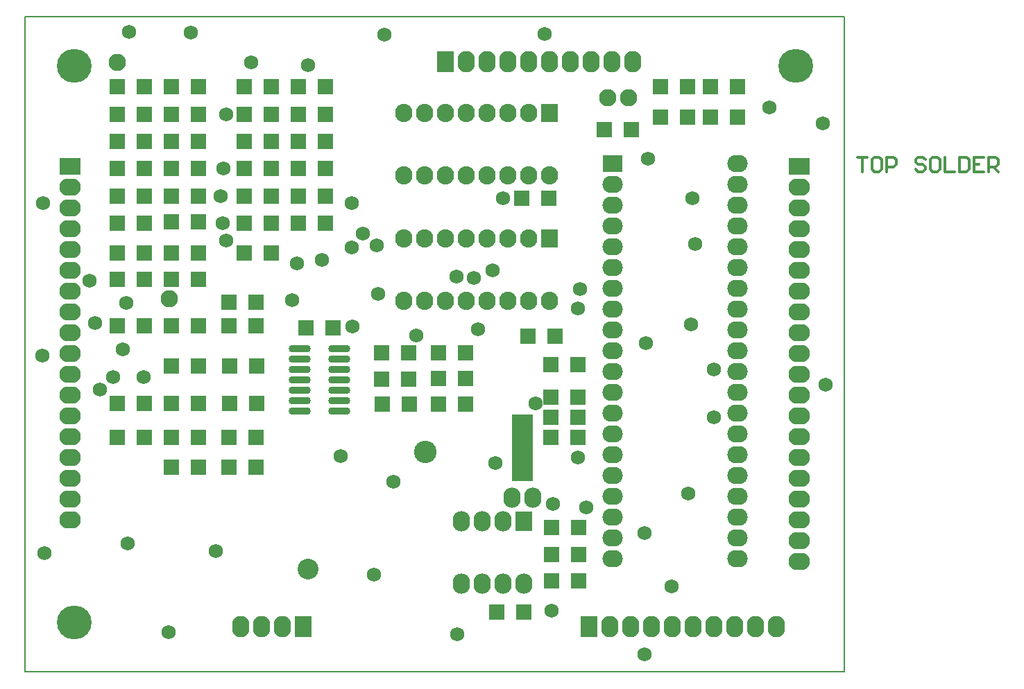
<source format=gts>
G04 Layer_Color=8388736*
%FSLAX25Y25*%
%MOIN*%
G70*
G01*
G75*
%ADD22C,0.00800*%
%ADD23C,0.01200*%
%ADD36C,0.10000*%
%ADD47R,0.10400X0.32100*%
%ADD48R,0.07493X0.07493*%
%ADD49O,0.16661X0.16161*%
%ADD50O,0.10642X0.03556*%
%ADD51C,0.06800*%
%ADD52R,0.08300X0.10300*%
%ADD53O,0.08300X0.10300*%
%ADD54O,0.10300X0.08300*%
%ADD55R,0.10300X0.08300*%
%ADD56O,0.08300X0.08800*%
%ADD57R,0.08300X0.08800*%
%ADD58C,0.08300*%
%ADD59O,0.09800X0.08300*%
%ADD60R,0.09800X0.08300*%
%ADD61O,0.08300X0.09800*%
%ADD62C,0.10800*%
%ADD63R,0.08300X0.09800*%
D22*
X0Y0D02*
Y314961D01*
X393701D01*
Y0D02*
Y314961D01*
X0Y0D02*
X393701D01*
D23*
X399834Y247449D02*
X404499D01*
X402166D01*
Y240452D01*
X410330Y247449D02*
X407998D01*
X406832Y246283D01*
Y241618D01*
X407998Y240452D01*
X410330D01*
X411497Y241618D01*
Y246283D01*
X410330Y247449D01*
X413829Y240452D02*
Y247449D01*
X417328D01*
X418495Y246283D01*
Y243950D01*
X417328Y242784D01*
X413829D01*
X432490Y246283D02*
X431324Y247449D01*
X428991D01*
X427825Y246283D01*
Y245117D01*
X428991Y243950D01*
X431324D01*
X432490Y242784D01*
Y241618D01*
X431324Y240452D01*
X428991D01*
X427825Y241618D01*
X438321Y247449D02*
X435989D01*
X434823Y246283D01*
Y241618D01*
X435989Y240452D01*
X438321D01*
X439488Y241618D01*
Y246283D01*
X438321Y247449D01*
X441820D02*
Y240452D01*
X446486D01*
X448818Y247449D02*
Y240452D01*
X452317D01*
X453483Y241618D01*
Y246283D01*
X452317Y247449D01*
X448818D01*
X460481D02*
X455816D01*
Y240452D01*
X460481D01*
X455816Y243950D02*
X458148D01*
X462814Y240452D02*
Y247449D01*
X466312D01*
X467479Y246283D01*
Y243950D01*
X466312Y242784D01*
X462814D01*
X465146D02*
X467479Y240452D01*
D36*
X135968Y49268D02*
D03*
D47*
X238800Y107650D02*
D03*
D48*
X253004Y43700D02*
D03*
X265996D02*
D03*
X226604Y28800D02*
D03*
X239596D02*
D03*
X278104Y260600D02*
D03*
X291096D02*
D03*
X118169Y201299D02*
D03*
X105177D02*
D03*
X251696Y227800D02*
D03*
X238704D02*
D03*
X147896Y165499D02*
D03*
X134904D02*
D03*
X70177Y98499D02*
D03*
X83169D02*
D03*
X252704Y122300D02*
D03*
X265696D02*
D03*
X211496Y141000D02*
D03*
X198504D02*
D03*
X252704Y131999D02*
D03*
X265696D02*
D03*
Y112800D02*
D03*
X252704D02*
D03*
X110995Y177800D02*
D03*
X98003D02*
D03*
X254396Y161300D02*
D03*
X241404D02*
D03*
X318295Y281299D02*
D03*
X305303D02*
D03*
X83169Y216299D02*
D03*
X70177D02*
D03*
Y268160D02*
D03*
X83169D02*
D03*
X144169D02*
D03*
X131177D02*
D03*
Y215799D02*
D03*
X144169D02*
D03*
X83169Y241881D02*
D03*
X70177D02*
D03*
Y188799D02*
D03*
X83169D02*
D03*
X144169Y241881D02*
D03*
X131177D02*
D03*
X118169Y268160D02*
D03*
X105177D02*
D03*
X253004Y69400D02*
D03*
X265996D02*
D03*
Y56500D02*
D03*
X253004D02*
D03*
X111095Y146899D02*
D03*
X98103D02*
D03*
X265696Y147600D02*
D03*
X252704D02*
D03*
X318295Y266799D02*
D03*
X305303D02*
D03*
X83169Y166499D02*
D03*
X70177D02*
D03*
X70277Y146899D02*
D03*
X83269D02*
D03*
X57169Y166499D02*
D03*
X44177D02*
D03*
X57169Y255020D02*
D03*
X44177D02*
D03*
X98003Y112799D02*
D03*
X110995D02*
D03*
X83169Y281299D02*
D03*
X70177D02*
D03*
Y112799D02*
D03*
X83169D02*
D03*
X144169Y281299D02*
D03*
X131177D02*
D03*
X70177Y228742D02*
D03*
X83169D02*
D03*
X57169Y112799D02*
D03*
X44177D02*
D03*
Y228742D02*
D03*
X57169D02*
D03*
X144169Y255020D02*
D03*
X131177D02*
D03*
X171404Y128800D02*
D03*
X184396D02*
D03*
X144169Y228742D02*
D03*
X131177D02*
D03*
X70177Y255020D02*
D03*
X83169D02*
D03*
X171304Y140650D02*
D03*
X184296D02*
D03*
X105177Y255020D02*
D03*
X118169D02*
D03*
X184196Y153400D02*
D03*
X171204D02*
D03*
X70177Y201299D02*
D03*
X83169D02*
D03*
X118169Y228742D02*
D03*
X105177D02*
D03*
X98003Y166499D02*
D03*
X110995D02*
D03*
X83269Y128999D02*
D03*
X70277D02*
D03*
X98103D02*
D03*
X111095D02*
D03*
X342295Y266799D02*
D03*
X329303D02*
D03*
X211396Y153400D02*
D03*
X198404D02*
D03*
X57169Y128999D02*
D03*
X44177D02*
D03*
X110995Y98499D02*
D03*
X98003D02*
D03*
X211596Y128800D02*
D03*
X198604D02*
D03*
X57169Y201299D02*
D03*
X44177D02*
D03*
Y281299D02*
D03*
X57169D02*
D03*
X118169D02*
D03*
X105177D02*
D03*
X329303D02*
D03*
X342295D02*
D03*
X57169Y241881D02*
D03*
X44177D02*
D03*
Y215799D02*
D03*
X57169D02*
D03*
X118169Y241881D02*
D03*
X105177D02*
D03*
X44177Y188799D02*
D03*
X57169D02*
D03*
Y268160D02*
D03*
X44177D02*
D03*
X118169Y215799D02*
D03*
X105177D02*
D03*
D49*
X23622Y23622D02*
D03*
Y291339D02*
D03*
X370079D02*
D03*
D50*
X151046Y125500D02*
D03*
Y130500D02*
D03*
Y135500D02*
D03*
Y140500D02*
D03*
Y145500D02*
D03*
Y150500D02*
D03*
Y155500D02*
D03*
X131754Y125500D02*
D03*
Y130500D02*
D03*
Y135500D02*
D03*
Y140500D02*
D03*
Y145500D02*
D03*
Y150500D02*
D03*
Y155500D02*
D03*
D51*
X46900Y155000D02*
D03*
X9200Y56900D02*
D03*
X8300Y152200D02*
D03*
X8500Y225500D02*
D03*
X49900Y307700D02*
D03*
X79700Y307500D02*
D03*
X172500Y306300D02*
D03*
X249500Y306600D02*
D03*
X297400Y8300D02*
D03*
X384700Y138100D02*
D03*
X383300Y263600D02*
D03*
X357500Y271300D02*
D03*
X151400Y103800D02*
D03*
X330800Y122500D02*
D03*
Y145500D02*
D03*
X176900Y91300D02*
D03*
X130500Y196300D02*
D03*
X142500Y198200D02*
D03*
X321900Y205800D02*
D03*
X320400Y227700D02*
D03*
X245300Y129000D02*
D03*
X226000Y100300D02*
D03*
X207400Y18100D02*
D03*
X167400Y46600D02*
D03*
X69000Y19200D02*
D03*
X49300Y61600D02*
D03*
X91700Y58100D02*
D03*
X253400Y80600D02*
D03*
X95300Y241881D02*
D03*
X96400Y207300D02*
D03*
X56900Y141800D02*
D03*
X42300Y141700D02*
D03*
X265700Y102900D02*
D03*
X269700Y79200D02*
D03*
X229600Y227800D02*
D03*
X217400Y164700D02*
D03*
X157200Y165900D02*
D03*
X188000Y161800D02*
D03*
X33400Y167800D02*
D03*
X30900Y188000D02*
D03*
X35900Y135600D02*
D03*
X128300Y178800D02*
D03*
X136000Y291600D02*
D03*
X108600Y293200D02*
D03*
X169700Y181800D02*
D03*
X215600Y189300D02*
D03*
X207300Y190100D02*
D03*
X224600Y193000D02*
D03*
X265500Y174700D02*
D03*
X266700Y184100D02*
D03*
X318400Y85800D02*
D03*
X319900Y167000D02*
D03*
X299100Y246800D02*
D03*
X298200Y157900D02*
D03*
X297400Y66600D02*
D03*
X310500Y41000D02*
D03*
X252900Y29400D02*
D03*
X48500Y177500D02*
D03*
X156900Y225500D02*
D03*
X162200Y210600D02*
D03*
X168900Y204900D02*
D03*
X156900Y204000D02*
D03*
X93858Y228742D02*
D03*
X96400Y268160D02*
D03*
X94899Y215799D02*
D03*
D52*
X133465Y21654D02*
D03*
X201890Y293307D02*
D03*
X271024Y21654D02*
D03*
D53*
X123465D02*
D03*
X113465D02*
D03*
X103465D02*
D03*
X211890Y293307D02*
D03*
X231890D02*
D03*
X241890D02*
D03*
X251890D02*
D03*
X261890D02*
D03*
X271890D02*
D03*
X281890D02*
D03*
X291890D02*
D03*
X221890D02*
D03*
X281024Y21654D02*
D03*
X301024D02*
D03*
X311024D02*
D03*
X321024D02*
D03*
X331024D02*
D03*
X341024D02*
D03*
X351024D02*
D03*
X361024D02*
D03*
X291024D02*
D03*
D54*
X372047Y52913D02*
D03*
Y62913D02*
D03*
Y72913D02*
D03*
Y82913D02*
D03*
Y92913D02*
D03*
Y102913D02*
D03*
Y112913D02*
D03*
Y122913D02*
D03*
Y132913D02*
D03*
Y142913D02*
D03*
Y152913D02*
D03*
Y162913D02*
D03*
Y172913D02*
D03*
Y182913D02*
D03*
Y192913D02*
D03*
Y202913D02*
D03*
Y212913D02*
D03*
Y222913D02*
D03*
Y232913D02*
D03*
X21654D02*
D03*
Y222913D02*
D03*
Y212913D02*
D03*
Y202913D02*
D03*
Y192913D02*
D03*
Y182913D02*
D03*
Y172913D02*
D03*
Y162913D02*
D03*
Y152913D02*
D03*
Y142913D02*
D03*
Y132913D02*
D03*
Y122913D02*
D03*
Y112913D02*
D03*
Y102913D02*
D03*
Y92913D02*
D03*
Y82913D02*
D03*
Y72913D02*
D03*
D55*
X372047Y242913D02*
D03*
X21654D02*
D03*
D56*
X181799Y178299D02*
D03*
X191799D02*
D03*
X201799D02*
D03*
X211799D02*
D03*
X221799D02*
D03*
X231799D02*
D03*
X241799D02*
D03*
X251799D02*
D03*
X181799Y208299D02*
D03*
X191799D02*
D03*
X201799D02*
D03*
X211799D02*
D03*
X221799D02*
D03*
X231799D02*
D03*
X241799D02*
D03*
Y268799D02*
D03*
X231799D02*
D03*
X221799D02*
D03*
X211799D02*
D03*
X201799D02*
D03*
X191799D02*
D03*
X181799D02*
D03*
X251799Y238799D02*
D03*
X241799D02*
D03*
X231799D02*
D03*
X221799D02*
D03*
X211799D02*
D03*
X201799D02*
D03*
X191799D02*
D03*
X181799D02*
D03*
D57*
X251799Y208299D02*
D03*
Y268799D02*
D03*
D58*
X279900Y276000D02*
D03*
X289900D02*
D03*
X69300Y179500D02*
D03*
X44100Y293200D02*
D03*
D59*
X342299Y54299D02*
D03*
Y64299D02*
D03*
Y74299D02*
D03*
Y84299D02*
D03*
Y94299D02*
D03*
Y104299D02*
D03*
Y114299D02*
D03*
Y124299D02*
D03*
Y134299D02*
D03*
Y144299D02*
D03*
Y154299D02*
D03*
Y164299D02*
D03*
Y174299D02*
D03*
Y184299D02*
D03*
Y194299D02*
D03*
Y204299D02*
D03*
Y214299D02*
D03*
Y224299D02*
D03*
Y234299D02*
D03*
Y244299D02*
D03*
X282299Y54299D02*
D03*
Y64299D02*
D03*
Y74299D02*
D03*
Y84299D02*
D03*
Y94299D02*
D03*
Y104299D02*
D03*
Y114299D02*
D03*
Y124299D02*
D03*
Y134299D02*
D03*
Y144299D02*
D03*
Y154299D02*
D03*
Y164299D02*
D03*
Y174299D02*
D03*
Y184299D02*
D03*
Y194299D02*
D03*
Y204299D02*
D03*
Y214299D02*
D03*
Y224299D02*
D03*
Y234299D02*
D03*
D60*
Y244299D02*
D03*
D61*
X233900Y83800D02*
D03*
X243900D02*
D03*
X209700Y42300D02*
D03*
X219700D02*
D03*
X229700D02*
D03*
X239700D02*
D03*
X209700Y72300D02*
D03*
X219700D02*
D03*
X229700D02*
D03*
D62*
X192272Y105572D02*
D03*
D63*
X239700Y72300D02*
D03*
M02*

</source>
